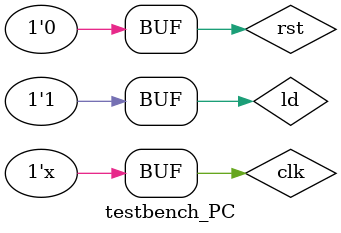
<source format=sv>
`timescale 1ns / 1ps

//!!!LOAD INPUTU CLOCK UN POSEDGE INDE GELMELÝ YOKSA ÇALIÞMIYO!!
module testbench_PC();
    logic clk, rst, ld;
    logic [2:0] q; 
    PC pc_test( clk, ld, rst, q );
    
    initial 
        clk = 1;
    always 
        begin
        #1;               
        clk = ~clk;        
        end  
         
    initial begin
    #5; rst = 1;
    #5; rst = 0;
    #1; ld = 0;
    #1; ld = 1; 
    #1; ld = 0;
    #1; ld = 1; 
    #1; ld = 0;
    #1; ld = 1; 
    #1; ld = 0;
    #1; ld = 1; 
    end
endmodule

</source>
